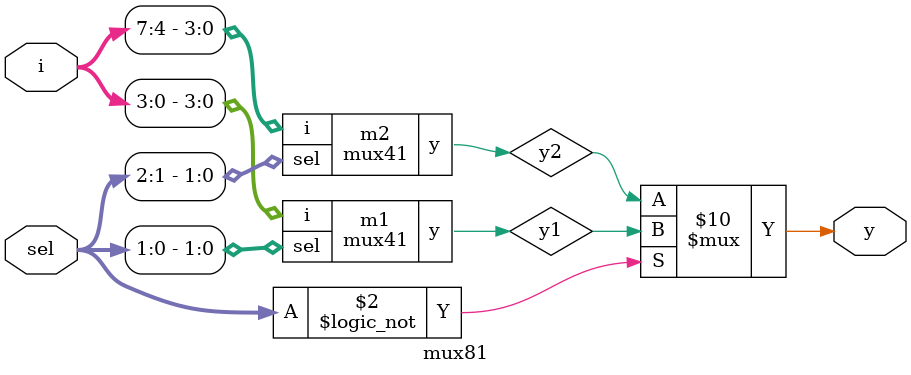
<source format=v>
module mux41(i,sel,y);
input [3:0] i;
input [1:0] sel;
output reg y;
always@(*)
    begin
    case (sel)
    2'b00:y=i[0];
    2'b01:y=i[1];
    2'b10:y=i[2];
    2'b11:y=i[3];
    default:y=1'b0;
    endcase
    end
endmodule

module mux81(i,sel,y);
input [7:0] i;
input [2:0] sel;
output reg y;
wire y1,y2;

mux41 m1(i[3:0],sel[1:0],y1);
mux41 m2(i[7:4],sel[2:1],y2);

always@(*)
    begin
    if(sel==0)
    y=y1;
    else
    y=y2;
    end
    
endmodule

</source>
